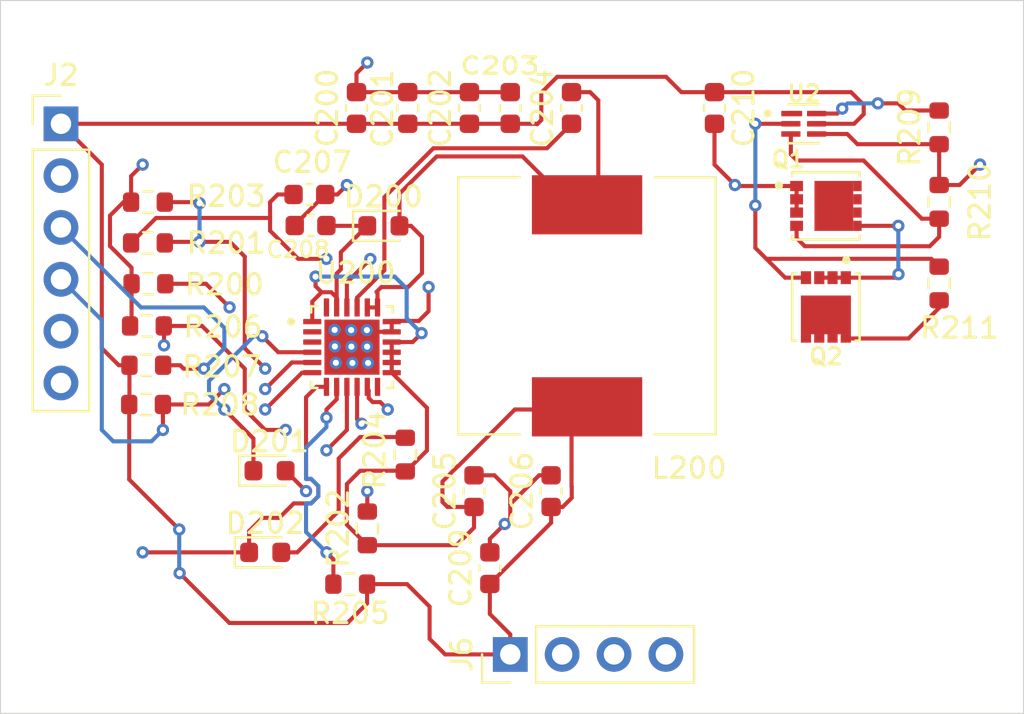
<source format=kicad_pcb>
(kicad_pcb (version 20241229) (generator "pcbnew") (generator_version "9.0")
  (layers (0 "F.Cu" signal) (4 "In1.Cu" signal) (6 "In2.Cu" signal) (2 "B.Cu" signal) (13 "F.Paste" user) (15 "B.Paste" user) (5 "F.SilkS" user "F.Silkscreen") (7 "B.SilkS" user "B.Silkscreen") (1 "F.Mask" user) (3 "B.Mask" user) (25 "Edge.Cuts" user))
  (net 0 "")
  (net 1 "GND")
  (net 2 "VCC")
  (net 3 "/CE")
  (net 4 "/INT")
  (net 5 "/SDA")
  (net 6 "/SCL")
  (net 7 "/BC_D_M")
  (net 8 "/BC_D_P")
  (net 9 "/REGN")
  (net 10 "Net-(U2-DOUT)")
  (net 11 "Net-(U2-COUT)")
  (net 12 "Net-(U2-V-)")
  (net 14 "Net-(Q1-Pad5)")
  (net 15 "Net-(Q2-Pad5)")
  (net 16 "Net-(D200-A)")
  (net 17 "Net-(U200-BTST)")
  (net 18 "Net-(D201-A)")
  (net 19 "Net-(D201-K)")
  (net 20 "Net-(D202-A)")
  (net 21 "Net-(U200-ILIM)")
  (net 22 "Net-(U200-TS)")
  (net 23 "Net-(U200-OTG)")
  (footprint "Capacitor_SMD:C_0603_1608Metric" (layer "F.Cu") (at 70 66 90)
    (property "Reference" "C206" (at 0 -1.43 90) (layer "F.SilkS"))
    (property "Value" "10uF" (hide yes))
    (pad "1" smd roundrect (at -0.775 0 90) (size 0.9 0.95) (layers "F.Cu" "F.Mask" "F.Paste") (net 2 "VCC"))
    (pad "2" smd roundrect (at 0.775 0 90) (size 0.9 0.95) (layers "F.Cu" "F.Mask" "F.Paste") (net 1 "GND"))
  )
  (footprint "Resistor_SMD:R_0603_1608Metric" (layer "F.Cu") (at 62.86 64.21 90)
    (property "Reference" "R204" (at 0.22 -1.5 270) (layer "F.SilkS"))
    (property "Value" "470R" (hide yes))
    (pad "1" smd roundrect (at -0.825 0 90) (size 0.8 0.95) (layers "F.Cu" "F.Mask" "F.Paste") (net 2 "VCC"))
    (pad "2" smd roundrect (at 0.825 0 90) (size 0.8 0.95) (layers "F.Cu" "F.Mask" "F.Paste") (net 20 "Net-(D202-A)"))
  )
  (footprint "Resistor_SMD:R_0603_1608Metric" (layer "F.Cu") (at 61 67.825 90)
    (property "Reference" "R202" (at 0 -1.43 90) (layer "F.SilkS"))
    (property "Value" "470R" (hide yes))
    (pad "1" smd roundrect (at -0.825 0 90) (size 0.8 0.95) (layers "F.Cu" "F.Mask" "F.Paste") (net 2 "VCC"))
    (pad "2" smd roundrect (at 0.825 0 90) (size 0.8 0.95) (layers "F.Cu" "F.Mask" "F.Paste") (net 18 "Net-(D201-A)"))
  )
  (footprint "Capacitor_SMD:C_0603_1608Metric" (layer "F.Cu") (at 58.164278 51.464141)
    (property "Reference" "C207" (at 0.133749 -1.582794 180) (layer "F.SilkS"))
    (property "Value" "4.7uF" (hide yes))
    (pad "1" smd roundrect (at -0.775 0) (size 0.9 0.95) (layers "F.Cu" "F.Mask" "F.Paste") (net 9 "/REGN"))
    (pad "2" smd roundrect (at 0.775 0) (size 0.9 0.95) (layers "F.Cu" "F.Mask" "F.Paste") (net 1 "GND"))
  )
  (footprint "Resistor_SMD:R_0603_1608Metric" (layer "F.Cu") (at 50.259116 51.838595)
    (property "Reference" "R203" (at 3.825 -0.29 0) (layer "F.SilkS"))
    (property "Value" "10kR" (hide yes))
    (pad "1" smd roundrect (at -0.825 0) (size 0.8 0.95) (layers "F.Cu" "F.Mask" "F.Paste") (net 1 "GND"))
    (pad "2" smd roundrect (at 0.825 0) (size 0.8 0.95) (layers "F.Cu" "F.Mask" "F.Paste") (net 22 "Net-(U200-TS)"))
  )
  (footprint "Resistor_SMD:R_0603_1608Metric" (layer "F.Cu") (at 89 48.175 -90)
    (property "Reference" "R209" (at 0 1.446287 90) (layer "F.SilkS"))
    (property "Value" "2.21kR" (hide yes))
    (pad "1" smd roundrect (at -0.825 0 270) (size 0.8 0.95) (layers "F.Cu" "F.Mask" "F.Paste") (net 12 "Net-(U2-V-)"))
    (pad "2" smd roundrect (at 0.825 0 270) (size 0.8 0.95) (layers "F.Cu" "F.Mask" "F.Paste") (net 1 "GND"))
  )
  (footprint "Capacitor_SMD:C_0603_1608Metric" (layer "F.Cu") (at 66.225 66 90)
    (property "Reference" "C205" (at 0 -1.43 90) (layer "F.SilkS"))
    (property "Value" "10uF" (hide yes))
    (pad "1" smd roundrect (at -0.775 0 90) (size 0.9 0.95) (layers "F.Cu" "F.Mask" "F.Paste") (net 2 "VCC"))
    (pad "2" smd roundrect (at 0.775 0 90) (size 0.9 0.95) (layers "F.Cu" "F.Mask" "F.Paste") (net 1 "GND"))
  )
  (footprint "Capacitor_SMD:C_0603_1608Metric" (layer "F.Cu") (at 67 69.775 90)
    (property "Reference" "C209" (at 0 -1.43 90) (layer "F.SilkS"))
    (property "Value" "10uF" (hide yes))
    (pad "1" smd roundrect (at -0.775 0 90) (size 0.9 0.95) (layers "F.Cu" "F.Mask" "F.Paste") (net 2 "VCC"))
    (pad "2" smd roundrect (at 0.775 0 90) (size 0.9 0.95) (layers "F.Cu" "F.Mask" "F.Paste") (net 1 "GND"))
  )
  (footprint "Resistor_SMD:R_0603_1608Metric" (layer "F.Cu") (at 89 55.825 -90)
    (property "Reference" "R211" (at 2.175 -1 180) (layer "F.SilkS"))
    (property "Value" "5M1" (hide yes))
    (pad "1" smd roundrect (at -0.825 0 270) (size 0.8 0.95) (layers "F.Cu" "F.Mask" "F.Paste") (net 11 "Net-(U2-COUT)"))
    (pad "2" smd roundrect (at 0.825 0 270) (size 0.8 0.95) (layers "F.Cu" "F.Mask" "F.Paste") (net 15 "Net-(Q2-Pad5)"))
  )
  (footprint "Capacitor_SMD:C_0603_1608Metric" (layer "F.Cu") (at 58.221887 52.985536 180)
    (property "Reference" "C208" (at 0.611887 -1.174464 0) (layer "F.SilkS") (effects (font (size 0.8 0.8) (thickness 0.125))))
    (property "Value" "1uF" (hide yes))
    (pad "1" smd roundrect (at -0.775 0 180) (size 0.9 0.95) (layers "F.Cu" "F.Mask" "F.Paste") (net 2 "VCC"))
    (pad "2" smd roundrect (at 0.775 0 180) (size 0.9 0.95) (layers "F.Cu" "F.Mask" "F.Paste") (net 1 "GND"))
  )
  (footprint "Resistor_SMD:R_0603_1608Metric" (layer "F.Cu") (at 50.259116 53.838595)
    (property "Reference" "R201" (at 3.825 0 0) (layer "F.SilkS"))
    (property "Value" "10kR" (hide yes))
    (pad "1" smd roundrect (at -0.825 0) (size 0.8 0.95) (layers "F.Cu" "F.Mask" "F.Paste") (net 9 "/REGN"))
    (pad "2" smd roundrect (at 0.825 0) (size 0.8 0.95) (layers "F.Cu" "F.Mask" "F.Paste") (net 22 "Net-(U200-TS)"))
  )
  (footprint "Resistor_SMD:R_0603_1608Metric" (layer "F.Cu") (at 50.20901 57.905946)
    (property "Reference" "R206" (at 3.720133 0.047461 0) (layer "F.SilkS"))
    (property "Value" "10kR" (hide yes))
    (pad "1" smd roundrect (at -0.825 0) (size 0.8 0.95) (layers "F.Cu" "F.Mask" "F.Paste") (net 1 "GND"))
    (pad "2" smd roundrect (at 0.825 0) (size 0.8 0.95) (layers "F.Cu" "F.Mask" "F.Paste") (net 3 "/CE"))
  )
  (footprint "Connector_PinHeader_2.54mm:PinHeader_1x06_P2.54mm_Vertical" (layer "F.Cu") (at 46 48)
    (property "Reference" "J2" (at 0 -2.38 0) (layer "F.SilkS"))
    (property "Value" "Conn_01x06" (hide yes))
    (pad "1" thru_hole rect (at 0 0) (size 1.7 1.7) (drill 1) (layers "*.Cu" "*.Mask") (net 2 "VCC"))
    (pad "2" thru_hole circle (at 0 2.54) (size 1.7 1.7) (drill 1) (layers "*.Cu" "*.Mask") (net 1 "GND"))
    (pad "3" thru_hole circle (at 0 5.08) (size 1.7 1.7) (drill 1) (layers "*.Cu" "*.Mask") (net 5 "/SDA"))
    (pad "4" thru_hole circle (at 0 7.62) (size 1.7 1.7) (drill 1) (layers "*.Cu" "*.Mask") (net 6 "/SCL"))
    (pad "5" thru_hole circle (at 0 10.16) (size 1.7 1.7) (drill 1) (layers "*.Cu" "*.Mask") (net 4 "/INT"))
    (pad "6" thru_hole circle (at 0 12.7) (size 1.7 1.7) (drill 1) (layers "*.Cu" "*.Mask") (net 3 "/CE"))
  )
  (footprint "BQ25895RTWT:QFN50P400X400X80-25N" (layer "F.Cu") (at 60.25 58.945)
    (property "Reference" "U200" (at 0.175 -3.635 0) (layer "F.SilkS"))
    (property "Value" "BQ25895RTWT" (hide yes))
    (pad "1" smd roundrect (at -1.945 -1.25) (size 0.89 0.26) (layers "F.Cu" "F.Mask" "F.Paste") (roundrect_rratio 0.125) (net 2 "VCC"))
    (pad "2" smd roundrect (at -1.945 -0.75) (size 0.89 0.26) (layers "F.Cu" "F.Mask" "F.Paste") (roundrect_rratio 0.125) (net 8 "/BC_D_P"))
    (pad "3" smd roundrect (at -1.945 -0.25) (size 0.89 0.26) (layers "F.Cu" "F.Mask" "F.Paste") (roundrect_rratio 0.125) (net 7 "/BC_D_M"))
    (pad "4" smd roundrect (at -1.945 0.25) (size 0.89 0.26) (layers "F.Cu" "F.Mask" "F.Paste") (roundrect_rratio 0.125) (net 19 "Net-(D201-K)"))
    (pad "5" smd roundrect (at -1.945 0.75) (size 0.89 0.26) (layers "F.Cu" "F.Mask" "F.Paste") (roundrect_rratio 0.125) (net 6 "/SCL"))
    (pad "6" smd roundrect (at -1.945 1.25) (size 0.89 0.26) (layers "F.Cu" "F.Mask" "F.Paste") (roundrect_rratio 0.125) (net 5 "/SDA"))
    (pad "7" smd roundrect (at -1.25 1.945) (size 0.26 0.89) (layers "F.Cu" "F.Mask" "F.Paste") (roundrect_rratio 0.125) (net 4 "/INT"))
    (pad "8" smd roundrect (at -0.75 1.945) (size 0.26 0.89) (layers "F.Cu" "F.Mask" "F.Paste") (roundrect_rratio 0.125) (net 23 "Net-(U200-OTG)"))
    (pad "9" smd roundrect (at -0.25 1.945) (size 0.26 0.89) (layers "F.Cu" "F.Mask" "F.Paste") (roundrect_rratio 0.125) (net 3 "/CE"))
    (pad "10" smd roundrect (at 0.25 1.945) (size 0.26 0.89) (layers "F.Cu" "F.Mask" "F.Paste") (roundrect_rratio 0.125) (net 21 "Net-(U200-ILIM)"))
    (pad "11" smd roundrect (at 0.75 1.945) (size 0.26 0.89) (layers "F.Cu" "F.Mask" "F.Paste") (roundrect_rratio 0.125) (net 22 "Net-(U200-TS)"))
    (pad "12" smd roundrect (at 1.25 1.945) (size 0.26 0.89) (layers "F.Cu" "F.Mask" "F.Paste") (roundrect_rratio 0.125))
    (pad "13" smd roundrect (at 1.945 1.25) (size 0.89 0.26) (layers "F.Cu" "F.Mask" "F.Paste") (roundrect_rratio 0.125) (net 2 "VCC"))
    (pad "14" smd roundrect (at 1.945 0.75) (size 0.89 0.26) (layers "F.Cu" "F.Mask" "F.Paste") (roundrect_rratio 0.125) (net 2 "VCC"))
    (pad "15" smd roundrect (at 1.945 0.25) (size 0.89 0.26) (layers "F.Cu" "F.Mask" "F.Paste") (roundrect_rratio 0.125) (net 2 "VCC"))
    (pad "16" smd roundrect (at 1.945 -0.25) (size 0.89 0.26) (layers "F.Cu" "F.Mask" "F.Paste") (roundrect_rratio 0.125) (net 2 "VCC"))
    (pad "17" smd roundrect (at 1.945 -0.75) (size 0.89 0.26) (layers "F.Cu" "F.Mask" "F.Paste") (roundrect_rratio 0.125) (net 1 "GND"))
    (pad "18" smd roundrect (at 1.945 -1.25) (size 0.89 0.26) (layers "F.Cu" "F.Mask" "F.Paste") (roundrect_rratio 0.125) (net 1 "GND"))
    (pad "19" smd roundrect (at 1.25 -1.945) (size 0.26 0.89) (layers "F.Cu" "F.Mask" "F.Paste") (roundrect_rratio 0.125) (net 16 "Net-(D200-A)"))
    (pad "20" smd roundrect (at 0.75 -1.945) (size 0.26 0.89) (layers "F.Cu" "F.Mask" "F.Paste") (roundrect_rratio 0.125) (net 16 "Net-(D200-A)"))
    (pad "21" smd roundrect (at 0.25 -1.945) (size 0.26 0.89) (layers "F.Cu" "F.Mask" "F.Paste") (roundrect_rratio 0.125) (net 17 "Net-(U200-BTST)"))
    (pad "22" smd roundrect (at -0.25 -1.945) (size 0.26 0.89) (layers "F.Cu" "F.Mask" "F.Paste") (roundrect_rratio 0.125) (net 9 "/REGN"))
    (pad "23" smd roundrect (at -0.75 -1.945) (size 0.26 0.89) (layers "F.Cu" "F.Mask" "F.Paste") (roundrect_rratio 0.125) (net 2 "VCC"))
    (pad "24" smd roundrect (at -1.25 -1.945) (size 0.26 0.89) (layers "F.Cu" "F.Mask" "F.Paste") (roundrect_rratio 0.125))
    (pad "25" smd rect (at 0 0) (size 2.7 2.7) (layers "F.Cu" "F.Mask") (net 1 "GND"))
  )
  (footprint "Resistor_SMD:R_0603_1608Metric" (layer "F.Cu") (at 89 51.825 90)
    (property "Reference" "R210" (at 0 2 90) (layer "F.SilkS"))
    (property "Value" "5M1" (hide yes))
    (pad "1" smd roundrect (at -0.825 0 90) (size 0.8 0.95) (layers "F.Cu" "F.Mask" "F.Paste") (net 10 "Net-(U2-DOUT)"))
    (pad "2" smd roundrect (at 0.825 0 90) (size 0.8 0.95) (layers "F.Cu" "F.Mask" "F.Paste") (net 1 "GND"))
  )
  (footprint "Capacitor_SMD:C_0603_1608Metric" (layer "F.Cu") (at 62.98 47.225 90)
    (property "Reference" "C201" (at -0.025 -1.24 90) (layer "F.SilkS"))
    (property "Value" "10uF" (hide yes))
    (pad "1" smd roundrect (at -0.775 0 90) (size 0.9 0.95) (layers "F.Cu" "F.Mask" "F.Paste") (net 2 "VCC"))
    (pad "2" smd roundrect (at 0.775 0 90) (size 0.9 0.95) (layers "F.Cu" "F.Mask" "F.Paste") (net 1 "GND"))
  )
  (footprint "Capacitor_SMD:C_0603_1608Metric" (layer "F.Cu") (at 78 47.225 -90)
    (property "Reference" "C210" (at 0 -1.43 90) (layer "F.SilkS"))
    (property "Value" "100nF" (hide yes))
    (pad "1" smd roundrect (at -0.775 0 270) (size 0.9 0.95) (layers "F.Cu" "F.Mask" "F.Paste") (net 2 "VCC"))
    (pad "2" smd roundrect (at 0.775 0 270) (size 0.9 0.95) (layers "F.Cu" "F.Mask" "F.Paste") (net 1 "GND"))
  )
  (footprint "Capacitor_SMD:C_0603_1608Metric" (layer "F.Cu") (at 68 47.225 90)
    (property "Reference" "C203" (at 2.065 -0.51 180) (layer "F.SilkS") (effects (font (size 0.8 1))))
    (property "Value" "22uF" (hide yes))
    (pad "1" smd roundrect (at -0.775 0 90) (size 0.9 0.95) (layers "F.Cu" "F.Mask" "F.Paste") (net 2 "VCC"))
    (pad "2" smd roundrect (at 0.775 0 90) (size 0.9 0.95) (layers "F.Cu" "F.Mask" "F.Paste") (net 1 "GND"))
  )
  (footprint "CSD17575Q3:TRANS_CSD17575Q3" (layer "F.Cu") (at 83.455 56.975 -90)
    (property "Reference" "Q2" (at 2.425 -0.005 180) (layer "F.SilkS") (effects (font (size 0.8 0.8))))
    (property "Value" "CSD17575Q3" (hide yes))
    (pad "1" smd rect (at -1.435 -0.975 270) (size 0.63 0.5) (layers "F.Cu" "F.Mask") (net 14 "Net-(Q1-Pad5)"))
    (pad "2" smd rect (at -1.435 -0.325 270) (size 0.63 0.5) (layers "F.Cu" "F.Mask") (net 14 "Net-(Q1-Pad5)"))
    (pad "3" smd rect (at -1.435 0.325 270) (size 0.63 0.5) (layers "F.Cu" "F.Mask") (net 14 "Net-(Q1-Pad5)"))
    (pad "4" smd rect (at -1.435 0.975 270) (size 0.63 0.5) (layers "F.Cu" "F.Mask") (net 11 "Net-(U2-COUT)"))
    (pad "5" smd rect (at 1.545 0.975 270) (size 0.41 0.5) (layers "F.Cu" "F.Mask") (net 15 "Net-(Q2-Pad5)"))
    (pad "6" smd rect (at 1.545 0.325 270) (size 0.41 0.5) (layers "F.Cu" "F.Mask") (net 15 "Net-(Q2-Pad5)"))
    (pad "7" smd rect (at 1.545 -0.325 270) (size 0.41 0.5) (layers "F.Cu" "F.Mask") (net 15 "Net-(Q2-Pad5)"))
    (pad "8" smd rect (at 1.545 -0.975 270) (size 0.41 0.5) (layers "F.Cu" "F.Mask") (net 15 "Net-(Q2-Pad5)"))
    (pad "9" smd rect (at 0.39 0 270) (size 1.9 2.45) (layers "F.Cu" "F.Mask") (net 15 "Net-(Q2-Pad5)"))
  )
  (footprint "BQ29700DSER:SON50P150X150X80-6N" (layer "F.Cu") (at 82.37 48)
    (property "Reference" "U2" (at 0.01 -1.48 0) (layer "F.SilkS") (effects (font (size 0.8 0.8))))
    (property "Value" "BQ29700DSER" (hide yes))
    (pad "1" smd roundrect (at -0.59 -0.5) (size 1.02 0.27) (layers "F.Cu" "F.Mask" "F.Paste") (roundrect_rratio 0.125))
    (pad "2" smd roundrect (at -0.63 0) (size 0.94 0.27) (layers "F.Cu" "F.Mask" "F.Paste") (roundrect_rratio 0.125) (net 11 "Net-(U2-COUT)"))
    (pad "3" smd roundrect (at -0.63 0.5) (size 0.94 0.27) (layers "F.Cu" "F.Mask" "F.Paste") (roundrect_rratio 0.125) (net 10 "Net-(U2-DOUT)"))
    (pad "4" smd roundrect (at 0.63 0.5) (size 0.94 0.27) (layers "F.Cu" "F.Mask" "F.Paste") (roundrect_rratio 0.125) (net 1 "GND"))
    (pad "5" smd roundrect (at 0.63 0) (size 0.94 0.27) (layers "F.Cu" "F.Mask" "F.Paste") (roundrect_rratio 0.125) (net 2 "VCC"))
    (pad "6" smd roundrect (at 0.63 -0.5) (size 0.94 0.27) (layers "F.Cu" "F.Mask" "F.Paste") (roundrect_rratio 0.125) (net 12 "Net-(U2-V-)"))
  )
  (footprint "Resistor_SMD:R_0603_1608Metric" (layer "F.Cu") (at 50.167089 61.754104)
    (property "Reference" "R208" (at 3.60939 0.010547 0) (layer "F.SilkS"))
    (property "Value" "10kR" (hide yes))
    (pad "1" smd roundrect (at -0.825 0) (size 0.8 0.95) (layers "F.Cu" "F.Mask" "F.Paste") (net 2 "VCC"))
    (pad "2" smd roundrect (at 0.825 0) (size 0.8 0.95) (layers "F.Cu" "F.Mask" "F.Paste") (net 6 "/SCL"))
  )
  (footprint "Connector_PinHeader_2.54mm:PinHeader_1x04_P2.54mm_Vertical" (layer "F.Cu") (at 68 74 90)
    (property "Reference" "J6" (at 0 -2.38 90) (layer "F.SilkS"))
    (property "Value" "Conn_01x04" (hide yes))
    (pad "1" thru_hole rect (at 0 0 90) (size 1.7 1.7) (drill 1) (layers "*.Cu" "*.Mask") (net 2 "VCC"))
    (pad "2" thru_hole circle (at 0 2.54 90) (size 1.7 1.7) (drill 1) (layers "*.Cu" "*.Mask") (net 1 "GND"))
    (pad "3" thru_hole circle (at 0 5.08 90) (size 1.7 1.7) (drill 1) (layers "*.Cu" "*.Mask") (net 1 "GND"))
    (pad "4" thru_hole circle (at 0 7.62 90) (size 1.7 1.7) (drill 1) (layers "*.Cu" "*.Mask") (net 1 "GND"))
  )
  (footprint "LED_SMD:LED_0603_1608Metric" (layer "F.Cu") (at 56 69)
    (property "Reference" "D202" (at 0 -1.43 0) (layer "F.SilkS"))
    (property "Value" "LED" (hide yes))
    (pad "1" smd roundrect (at -0.7875 0) (size 0.875 0.95) (layers "F.Cu" "F.Mask" "F.Paste") (net 4 "/INT"))
    (pad "2" smd roundrect (at 0.7875 0) (size 0.875 0.95) (layers "F.Cu" "F.Mask" "F.Paste") (net 20 "Net-(D202-A)"))
  )
  (footprint "Resistor_SMD:R_0603_1608Metric" (layer "F.Cu") (at 50.178315 59.832228)
    (property "Reference" "R207" (at 3.695122 0.07285 0) (layer "F.SilkS"))
    (property "Value" "10kR" (hide yes))
    (pad "1" smd roundrect (at -0.825 0) (size 0.8 0.95) (layers "F.Cu" "F.Mask" "F.Paste") (net 2 "VCC"))
    (pad "2" smd roundrect (at 0.825 0) (size 0.8 0.95) (layers "F.Cu" "F.Mask" "F.Paste") (net 5 "/SDA"))
  )
  (footprint "Capacitor_SMD:C_0603_1608Metric" (layer "F.Cu") (at 60.47 47.225 90)
    (property "Reference" "C200" (at 0 -1.43 90) (layer "F.SilkS"))
    (property "Value" "10uF" (hide yes))
    (pad "1" smd roundrect (at -0.775 0 90) (size 0.9 0.95) (layers "F.Cu" "F.Mask" "F.Paste") (net 2 "VCC"))
    (pad "2" smd roundrect (at 0.775 0 90) (size 0.9 0.95) (layers "F.Cu" "F.Mask" "F.Paste") (net 1 "GND"))
  )
  (footprint "Capacitor_SMD:C_0603_1608Metric" (layer "F.Cu") (at 66 47.225 90)
    (property "Reference" "C202" (at 0 -1.43 90) (layer "F.SilkS"))
    (property "Value" "22uF" (hide yes))
    (pad "1" smd roundrect (at -0.775 0 90) (size 0.9 0.95) (layers "F.Cu" "F.Mask" "F.Paste") (net 2 "VCC"))
    (pad "2" smd roundrect (at 0.775 0 90) (size 0.9 0.95) (layers "F.Cu" "F.Mask" "F.Paste") (net 1 "GND"))
  )
  (footprint "Resistor_SMD:R_0603_1608Metric" (layer "F.Cu") (at 50.282161 55.838595)
    (property "Reference" "R200" (at 3.724279 0.040831 180) (layer "F.SilkS"))
    (property "Value" "110R" (hide yes))
    (pad "1" smd roundrect (at -0.825 0) (size 0.8 0.95) (layers "F.Cu" "F.Mask" "F.Paste") (net 1 "GND"))
    (pad "2" smd roundrect (at 0.825 0) (size 0.8 0.95) (layers "F.Cu" "F.Mask" "F.Paste") (net 21 "Net-(U200-ILIM)"))
  )
  (footprint "Resistor_SMD:R_0603_1608Metric" (layer "F.Cu") (at 60.164051 70.556827 180)
    (property "Reference" "R205" (at 0 -1.43 0) (layer "F.SilkS"))
    (property "Value" "10kR" (hide yes))
    (pad "1" smd roundrect (at -0.825 0 180) (size 0.8 0.95) (layers "F.Cu" "F.Mask" "F.Paste") (net 2 "VCC"))
    (pad "2" smd roundrect (at 0.825 0 180) (size 0.8 0.95) (layers "F.Cu" "F.Mask" "F.Paste") (net 23 "Net-(U200-OTG)"))
  )
  (footprint "Capacitor_SMD:C_0603_1608Metric" (layer "F.Cu") (at 71 47.225 90)
    (property "Reference" "C204" (at 0 -1.43 90) (layer "F.SilkS"))
    (property "Value" "47nF" (hide yes))
    (pad "1" smd roundrect (at -0.775 0 90) (size 0.9 0.95) (layers "F.Cu" "F.Mask" "F.Paste") (net 17 "Net-(U200-BTST)"))
    (pad "2" smd roundrect (at 0.775 0 90) (size 0.9 0.95) (layers "F.Cu" "F.Mask" "F.Paste") (net 16 "Net-(D200-A)"))
  )
  (footprint "Inductor_SMD:L_12x12mm_H6mm" (layer "F.Cu") (at 71.76 56.92 -90)
    (property "Reference" "L200" (at 7.95 -5 180) (layer "F.SilkS"))
    (property "Value" "2.2uH" (hide yes))
    (pad "1" smd rect (at -4.95 0 270) (size 2.9 5.4) (layers "F.Cu" "F.Mask" "F.Paste") (net 16 "Net-(D200-A)"))
    (pad "2" smd rect (at 4.95 0 270) (size 2.9 5.4) (layers "F.Cu" "F.Mask" "F.Paste") (net 2 "VCC"))
  )
  (footprint "LED_SMD:LED_0603_1608Metric" (layer "F.Cu") (at 56.2125 65)
    (property "Reference" "D201" (at 0 -1.43 0) (layer "F.SilkS"))
    (property "Value" "LED" (hide yes))
    (pad "1" smd roundrect (at -0.7875 0) (size 0.875 0.95) (layers "F.Cu" "F.Mask" "F.Paste") (net 19 "Net-(D201-K)"))
    (pad "2" smd roundrect (at 0.7875 0) (size 0.875 0.95) (layers "F.Cu" "F.Mask" "F.Paste") (net 18 "Net-(D201-A)"))
  )
  (footprint "CSD17575Q3:TRANS_CSD17575Q3" (layer "F.Cu") (at 83.455 52.025)
    (property "Reference" "Q1" (at -1.845 -2.275 0) (layer "F.SilkS") (effects (font (size 0.8 0.8))))
    (property "Value" "CSD17575Q3" (hide yes))
    (pad "1" smd rect (at -1.435 -0.975) (size 0.63 0.5) (layers "F.Cu" "F.Mask") (net 1 "GND"))
    (pad "2" smd rect (at -1.435 -0.325) (size 0.63 0.5) (layers "F.Cu" "F.Mask") (net 1 "GND"))
    (pad "3" smd rect (at -1.435 0.325) (size 0.63 0.5) (layers "F.Cu" "F.Mask") (net 1 "GND"))
    (pad "4" smd rect (at -1.435 0.975) (size 0.63 0.5) (layers "F.Cu" "F.Mask") (net 10 "Net-(U2-DOUT)"))
    (pad "5" smd rect (at 1.545 0.975) (size 0.41 0.5) (layers "F.Cu" "F.Mask") (net 14 "Net-(Q1-Pad5)"))
    (pad "6" smd rect (at 1.545 0.325) (size 0.41 0.5) (layers "F.Cu" "F.Mask") (net 14 "Net-(Q1-Pad5)"))
    (pad "7" smd rect (at 1.545 -0.325) (size 0.41 0.5) (layers "F.Cu" "F.Mask") (net 14 "Net-(Q1-Pad5)"))
    (pad "8" smd rect (at 1.545 -0.975) (size 0.41 0.5) (layers "F.Cu" "F.Mask") (net 14 "Net-(Q1-Pad5)"))
    (pad "9" smd rect (at 0.39 0) (size 1.9 2.45) (layers "F.Cu" "F.Mask") (net 14 "Net-(Q1-Pad5)"))
  )
  (footprint "LED_SMD:LED_0603_1608Metric" (layer "F.Cu") (at 61.7875 53)
    (property "Reference" "D200" (at 0 -1.43 0) (layer "F.SilkS"))
    (property "Value" "D_Filled" (hide yes))
    (pad "1" smd roundrect (at -0.7875 0) (size 0.875 0.95) (layers "F.Cu" "F.Mask" "F.Paste") (net 2 "VCC"))
    (pad "2" smd roundrect (at 0.7875 0) (size 0.875 0.95) (layers "F.Cu" "F.Mask" "F.Paste") (net 16 "Net-(D200-A)"))
  )
  (gr_rect (start 43.04 41.96) (end 93.13 76.89) (stroke (width 0.05)) (fill no) (layer "Edge.Cuts"))
  (segment (start 89 51) (end 90 51) (width 0.2) (layer "F.Cu") (net 1))
  (segment (start 49.061405 51.838595) (end 48.401 52.499) (width 0.2) (layer "F.Cu") (net 1))
  (segment (start 49.457161 55.050704) (end 49.457161 55.838595) (width 0.2) (layer "F.Cu") (net 1))
  (segment (start 66 46.45) (end 68 46.45) (width 0.2) (layer "F.Cu") (net 1))
  (segment (start 49.434116 51.838595) (end 49.434116 50.565884) (width 0.2) (layer "F.Cu") (net 1))
  (segment (start 63.519286 57.660714) (end 62.229286 57.660714) (width 0.2) (layer "F.Cu") (net 1))
  (segment (start 78 50) (end 79 51) (width 0.2) (layer "F.Cu") (net 1))
  (segment (start 82.02 51.7) (end 82.02 52.35) (width 0.2) (layer "F.Cu") (net 1))
  (segment (start 64 57.18) (end 63.519286 57.660714) (width 0.2) (layer "F.Cu") (net 1))
  (segment (start 70 65.225) (end 69.413288 65.225) (width 0.2) (layer "F.Cu") (net 1))
  (segment (start 60.47 45.53) (end 61 45) (width 0.2) (layer "F.Cu") (net 1))
  (segment (start 49.434116 51.838595) (end 49.061405 51.838595) (width 0.2) (layer "F.Cu") (net 1))
  (segment (start 85 49) (end 89 49) (width 0.2) (layer "F.Cu") (net 1))
  (segment (start 83 48.5) (end 84.5 48.5) (width 0.2) (layer "F.Cu") (net 1))
  (segment (start 67.225 65.225) (end 68 66) (width 0.2) (layer "F.Cu") (net 1))
  (segment (start 49.457161 57.832795) (end 49.38401 57.905946) (width 0.2) (layer "F.Cu") (net 1))
  (segment (start 62.195 57.695) (end 62.195 58.195) (width 0.2) (layer "F.Cu") (net 1))
  (segment (start 66.225 65.225) (end 67.225 65.225) (width 0.2) (layer "F.Cu") (net 1))
  (segment (start 90 51) (end 91 50) (width 0.2) (layer "F.Cu") (net 1))
  (segment (start 57.446887 52.956532) (end 58.939278 51.464141) (width 0.2) (layer "F.Cu") (net 1))
  (segment (start 48.401 53.994543) (end 49.457161 55.050704) (width 0.2) (layer "F.Cu") (net 1))
  (segment (start 62.229286 57.660714) (end 62.195 57.695) (width 0.2) (layer "F.Cu") (net 1))
  (segment (start 67.729692 67.609692) (end 67 68.339384) (width 0.2) (layer "F.Cu") (net 1))
  (segment (start 62.98 46.45) (end 66 46.45) (width 0.2) (layer "F.Cu") (net 1))
  (segment (start 49.457161 55.838595) (end 49.457161 57.832795) (width 0.2) (layer "F.Cu") (net 1))
  (segment (start 61 58.195) (end 60.25 58.945) (width 0.2) (layer "F.Cu") (net 1))
  (segment (start 58.939278 51.464141) (end 59.535859 51.464141) (width 0.2) (layer "F.Cu") (net 1))
  (segment (start 68 67.339384) (end 67.729692 67.609692) (width 0.2) (layer "F.Cu") (net 1))
  (segment (start 68 66.638288) (end 68 67.339384) (width 0.2) (layer "F.Cu") (net 1))
  (segment (start 82.02 51.05) (end 82.02 51.7) (width 0.2) (layer "F.Cu") (net 1))
  (segment (start 79.05 51.05) (end 82.02 51.05) (width 0.2) (layer "F.Cu") (net 1))
  (segment (start 69.413288 65.225) (end 68 66.638288) (width 0.2) (layer "F.Cu") (net 1))
  (segment (start 57.446887 52.985536) (end 57.446887 52.956532) (width 0.2) (layer "F.Cu") (net 1))
  (segment (start 68 66) (end 68 66.638288) (width 0.2) (layer "F.Cu") (net 1))
  (segment (start 49.434116 50.565884) (end 50 50) (width 0.2) (layer "F.Cu") (net 1))
  (segment (start 67 68.339384) (end 67 69) (width 0.2) (layer "F.Cu") (net 1))
  (segment (start 48.401 52.499) (end 48.401 53.994543) (width 0.2) (layer "F.Cu") (net 1))
  (segment (start 60.47 46.45) (end 60.47 45.53) (width 0.2) (layer "F.Cu") (net 1))
  (segment (start 60.47 46.45) (end 62.98 46.45) (width 0.2) (layer "F.Cu") (net 1))
  (segment (start 59.535859 51.464141) (end 60 51) (width 0.2) (layer "F.Cu") (net 1))
  (segment (start 62.195 58.195) (end 61 58.195) (width 0.2) (layer "F.Cu") (net 1))
  (segment (start 79 51) (end 79.05 51.05) (width 0.2) (layer "F.Cu") (net 1))
  (segment (start 64 56) (end 64 57.18) (width 0.2) (layer "F.Cu") (net 1))
  (segment (start 89 49) (end 89 51) (width 0.2) (layer "F.Cu") (net 1))
  (segment (start 84.5 48.5) (end 85 49) (width 0.2) (layer "F.Cu") (net 1))
  (segment (start 78 48) (end 78 50) (width 0.2) (layer "F.Cu") (net 1))
  (via (at 60.21 58.11) (size 0.6) (drill 0.3) (layers "F.Cu" "B.Cu") (net 1))
  (via (at 59.41 58.91) (size 0.6) (drill 0.3) (layers "F.Cu" "B.Cu") (net 1))
  (via (at 60.27 59.72) (size 0.6) (drill 0.3) (layers "F.Cu" "B.Cu") (net 1))
  (via (at 64 56) (size 0.6) (drill 0.3) (layers "F.Cu" "B.Cu") (net 1))
  (via (at 79 51) (size 0.6) (drill 0.3) (layers "F.Cu" "B.Cu") (net 1))
  (via (at 91 50) (size 0.6) (drill 0.3) (layers "F.Cu" "B.Cu") (net 1))
  (via (at 60.98 58.11) (size 0.6) (drill 0.3) (layers "F.Cu" "B.Cu") (net 1))
  (via (at 67.729692 67.609692) (size 0.6) (drill 0.3) (layers "F.Cu" "B.Cu") (net 1))
  (via (at 60.99 58.92) (size 0.6) (drill 0.3) (layers "F.Cu" "B.Cu") (net 1))
  (via (at 59.46 59.71) (size 0.6) (drill 0.3) (layers "F.Cu" "B.Cu") (net 1))
  (via (at 60.22 58.92) (size 0.6) (drill 0.3) (layers "F.Cu" "B.Cu") (net 1))
  (via (at 61.04 59.72) (size 0.6) (drill 0.3) (layers "F.Cu" "B.Cu") (net 1))
  (via (at 50 50) (size 0.6) (drill 0.3) (layers "F.Cu" "B.Cu") (net 1))
  (via (at 59.4 58.1) (size 0.6) (drill 0.3) (layers "F.Cu" "B.Cu") (net 1))
  (via (at 61 45) (size 0.6) (drill 0.3) (layers "F.Cu" "B.Cu") (net 1))
  (via (at 60 51) (size 0.6) (drill 0.3) (layers "F.Cu" "B.Cu") (net 1))
  (segment (start 67 72.02) (end 67 70.55) (width 0.2) (layer "F.Cu") (net 2))
  (segment (start 76.38 46.45) (end 75.629 45.699) (width 0.2) (layer "F.Cu") (net 2))
  (segment (start 71.01 66.33) (end 71.01 65.785) (width 0.2) (layer "F.Cu") (net 2))
  (segment (start 70 67.55) (end 70 66.775) (width 0.2) (layer "F.Cu") (net 2))
  (segment (start 63.92 61.92) (end 63.92 64.01) (width 0.2) (layer "F.Cu") (net 2))
  (segment (start 62.86 65.035) (end 62.49 65.035) (width 0.2) (layer "F.Cu") (net 2))
  (segment (start 59.5 55.339836) (end 59.5 57) (width 0.2) (layer "F.Cu") (net 2))
  (segment (start 58.465421 55.955963) (end 58.763458 56.254) (width 0.2) (layer "F.Cu") (net 2))
  (segment (start 70.301 45.699) (end 69.52 46.48) (width 0.2) (layer "F.Cu") (net 2))
  (segment (start 58.305 56.712458) (end 58.305 57.695) (width 0.2) (layer "F.Cu") (net 2))
  (segment (start 54.25 72.46) (end 60.03 72.46) (width 0.2) (layer "F.Cu") (net 2))
  (segment (start 71 65.775) (end 71 62.63) (width 0.2) (layer "F.Cu") (net 2))
  (segment (start 62.195 59.195) (end 62.195 58.695) (width 0.2) (layer "F.Cu") (net 2))
  (segment (start 71 62.63) (end 71.76 61.87) (width 0.2) (layer "F.Cu") (net 2))
  (segment (start 51.81 70.02) (end 54.25 72.46) (width 0.2) (layer "F.Cu") (net 2))
  (segment (start 69.32 48.02) (end 69.3 48) (width 0.2) (layer "F.Cu") (net 2))
  (segment (start 49.342089 65.432089) (end 51.79 67.88) (width 0.2) (layer "F.Cu") (net 2))
  (segment (start 62.455 65) (end 60.65 65) (width 0.2) (layer "F.Cu") (net 2))
  (segment (start 69.52 47.82) (end 69.32 48.02) (width 0.2) (layer "F.Cu") (net 2))
  (segment (start 68.22489 62) (end 65.449 64.77589) (width 0.2) (layer "F.Cu") (net 2))
  (segment (start 60.47 48) (end 62.98 48) (width 0.2) (layer "F.Cu") (net 2))
  (segment (start 71.01 65.785) (end 71 65.775) (width 0.2) (layer "F.Cu") (net 2))
  (segment (start 62.195 60.195) (end 62.195 59.695) (width 0.2) (layer "F.Cu") (net 2))
  (segment (start 68 73.02) (end 67 72.02) (width 0.2) (layer "F.Cu") (net 2))
  (segment (start 46 48) (end 60.47 48) (width 0.2) (layer "F.Cu") (net 2))
  (segment (start 85.306262 47.07187) (end 85.306262 47.528903) (width 0.2) (layer "F.Cu") (net 2))
  (segment (start 60 67.65) (end 61 68.65) (width 0.2) (layer "F.Cu") (net 2))
  (segment (start 48 59) (end 48 50) (width 0.2) (layer "F.Cu") (net 2))
  (segment (start 62.195 58.695) (end 63.222582 58.695) (width 0.2) (layer "F.Cu") (net 2))
  (segment (start 49.353315 61.742878) (end 49.342089 61.754104) (width 0.2) (layer "F.Cu") (net 2))
  (segment (start 62.93 65) (end 62.895 65) (width 0.2) (layer "F.Cu") (net 2))
  (segment (start 64.925 66.775) (end 66.225 66.775) (width 0.2) (layer "F.Cu") (net 2))
  (segment (start 59.5 57) (end 59.5 56.517458) (width 0.2) (layer "F.Cu") (net 2))
  (segment (start 64.05 73.24) (end 64.05 71.66) (width 0.2) (layer "F.Cu") (net 2))
  (segment (start 59.5 56.517458) (end 59.236542 56.254) (width 0.2) (layer "F.Cu") (net 2))
  (segment (start 62.195 59.695) (end 62.195 59.195) (width 0.2) (layer "F.Cu") (net 2))
  (segment (start 64.68 65.53) (end 64.68 66.53) (width 0.2) (layer "F.Cu") (net 2))
  (segment (start 75.629 45.699) (end 70.301 45.699) (width 0.2) (layer "F.Cu") (net 2))
  (segment (start 62.49 65.035) (end 62.455 65) (width 0.2) (layer "F.Cu") (net 2))
  (segment (start 65.43411 64.77589) (end 64.68 65.53) (width 0.2) (layer "F.Cu") (net 2))
  (segment (start 62.98 48) (end 66 48) (width 0.2) (layer "F.Cu") (net 2))
  (segment (start 59.236542 56.254) (end 58.763458 56.254) (width 0.2) (layer "F.Cu") (net 2))
  (segment (start 60.03 72.46) (end 60.989051 71.500949) (width 0.2) (layer "F.Cu") (net 2))
  (segment (start 68 74) (end 64.81 74) (width 0.2) (layer "F.Cu") (net 2))
  (segment (start 63.222582 58.695) (end 63.655868 58.261714) (width 0.2) (layer "F.Cu") (net 2))
  (segment (start 69.3 48) (end 68 48) (width 0.2) (layer "F.Cu") (net 2))
  (segment (start 78 46.45) (end 76.38 46.45) (width 0.2) (layer "F.Cu") (net 2))
  (segment (start 70.565 66.775) (end 71.01 66.33) (width 0.2) (layer "F.Cu") (net 2))
  (segment (start 65.363859 68.65) (end 61 68.65) (width 0.2) (layer "F.Cu") (net 2))
  (segment (start 69.52 46.48) (end 69.52 47.82) (width 0.2) (layer "F.Cu") (net 2))
  (segment (start 49.353315 59.832228) (end 48.832228 59.832228) (width 0.2) (layer "F.Cu") (net 2))
  (segment (start 78 46.45) (end 84.684392 46.45) (width 0.2) (layer "F.Cu") (net 2))
  (segment (start 61 53) (end 59.011351 53) (width 0.2) (layer "F.Cu") (net 2))
  (segment (start 49.353315 59.832228) (end 49.353315 61.742878) (width 0.2) (layer "F.Cu") (net 2))
  (segment (start 58.763458 56.254) (end 58.305 56.712458) (width 0.2) (layer "F.Cu") (net 2))
  (segment (start 68 74) (end 68 73.02) (width 0.2) (layer "F.Cu") (net 2))
  (segment (start 66.225 66.775) (end 66.225 67.788859) (width 0.2) (layer "F.Cu") (net 2))
  (segment (start 84.684392 46.45) (end 85.306262 47.07187) (width 0.2) (layer "F.Cu") (net 2))
  (segment (start 84.835165 48) (end 83 48) (width 0.2) (layer "F.Cu") (net 2))
  (segment (start 58.465421 55.487872) (end 58.465421 55.955963) (width 0.2) (layer "F.Cu") (net 2))
  (segment (start 48.832228 59.832228) (end 48 59) (width 0.2) (layer "F.Cu") (net 2))
  (segment (start 71.76 61.87) (end 71.63 62) (width 0.2) (layer "F.Cu") (net 2))
  (segment (start 64.68 66.53) (end 64.925 66.775) (width 0.2) (layer "F.Cu") (net 2))
  (segment (start 67 70.55) (end 70 67.55) (width 0.2) (layer "F.Cu") (net 2))
  (segment (start 70 66.775) (end 70.565 66.775) (width 0.2) (layer "F.Cu") (net 2))
  (segment (start 62.895 65) (end 62.86 65.035) (width 0.2) (layer "F.Cu") (net 2))
  (segment (start 59.011351 53) (end 58.996887 52.985536) (width 0.2) (layer "F.Cu") (net 2))
  (segment (start 66.225 67.788859) (end 65.363859 68.65) (width 0.2) (layer "F.Cu") (net 2))
  (segment (start 59.704685 55.135151) (end 59.5 55.339836) (width 0.2) (layer "F.Cu") (net 2))
  (segment (start 71.63 62) (end 68.22489 62) (width 0.2) (layer "F.Cu") (net 2))
  (segment (start 60.989051 71.500949) (end 60.989051 70.556827) (width 0.2) (layer "F.Cu") (net 2))
  (segment (start 64.81 74) (end 64.05 73.24) (width 0.2) (layer "F.Cu") (net 2))
  (segment (start 48 50) (end 46 48) (width 0.2) (layer "F.Cu") (net 2))
  (segment (start 59.704685 54.295315) (end 59.704685 55.135151) (width 0.2) (layer "F.Cu") (net 2))
  (segment (start 65.449 64.77589) (end 65.43411 64.77589) (width 0.2) (layer "F.Cu") (net 2))
  (segment (start 62.195 60.195) (end 63.92 61.92) (width 0.2) (layer "F.Cu") (net 2))
  (segment (start 61 53) (end 59.704685 54.295315) (width 0.2) (layer "F.Cu") (net 2))
  (segment (start 85.306262 47.528903) (end 84.835165 48) (width 0.2) (layer "F.Cu") (net 2))
  (segment (start 63.92 64.01) (end 62.93 65) (width 0.2) (layer "F.Cu") (net 2))
  (segment (start 60.65 65) (end 60 65.65) (width 0.2) (layer "F.Cu") (net 2))
  (segment (start 60 65.65) (end 60 67.65) (width 0.2) (layer "F.Cu") (net 2))
  (segment (start 64.05 71.66) (end 62.946827 70.556827) (width 0.2) (layer "F.Cu") (net 2))
  (segment (start 62.946827 70.556827) (end 60.989051 70.556827) (width 0.2) (layer "F.Cu") (net 2))
  (segment (start 49.342089 61.754104) (end 49.342089 65.432089) (width 0.2) (layer "F.Cu") (net 2))
  (segment (start 66 48) (end 68 48) (width 0.2) (layer "F.Cu") (net 2))
  (via (at 58.465421 55.487872) (size 0.6) (drill 0.3) (layers "F.Cu" "B.Cu") (net 2))
  (via (at 51.79 67.88) (size 0.6) (drill 0.3) (layers "F.Cu" "B.Cu") (net 2))
  (via (at 51.81 70.02) (size 0.6) (drill 0.3) (layers "F.Cu" "B.Cu") (net 2))
  (via (at 63.655868 58.261714) (size 0.6) (drill 0.3) (layers "F.Cu" "B.Cu") (net 2))
  (segment (start 51.79 67.88) (end 51.79 70) (width 0.2) (layer "B.Cu") (net 2))
  (segment (start 63.655868 58.261714) (end 62.926773 57.532619) (width 0.2) (layer "B.Cu") (net 2))
  (segment (start 62.926773 56.073227) (end 62.341418 55.487872) (width 0.2) (layer "B.Cu") (net 2))
  (segment (start 62.341418 55.487872) (end 58.465421 55.487872) (width 0.2) (layer "B.Cu") (net 2))
  (segment (start 62.926773 57.532619) (end 62.926773 57) (width 0.2) (layer "B.Cu") (net 2))
  (segment (start 51.79 70) (end 51.81 70.02) (width 0.2) (layer "B.Cu") (net 2))
  (segment (start 62.926773 57) (end 62.926773 56.073227) (width 0.2) (layer "B.Cu") (net 2))
  (segment (start 55 60) (end 52.905946 57.905946) (width 0.2) (layer "F.Cu") (net 3))
  (segment (start 51.046232 57.918168) (end 51.03401 57.905946) (width 0.2) (layer "F.Cu") (net 3))
  (segment (start 52.905946 57.905946) (end 51.03401 57.905946) (width 0.2) (layer "F.Cu") (net 3))
  (segment (start 60 63) (end 60 60.89) (width 0.2) (layer "F.Cu") (net 3))
  (segment (start 51.03401 57.905946) (end 51.03401 57.514583) (width 0.2) (layer "F.Cu") (net 3))
  (segment (start 56 63) (end 55 62) (width 0.2) (layer "F.Cu") (net 3))
  (segment (start 55 62) (end 55 60) (width 0.2) (layer "F.Cu") (net 3))
  (segment (start 57 63) (end 56 63) (width 0.2) (layer "F.Cu") (net 3))
  (segment (start 51.046232 58.857228) (end 51.046232 57.918168) (width 0.2) (layer "F.Cu") (net 3))
  (segment (start 59 64) (end 60 63) (width 0.2) (layer "F.Cu") (net 3))
  (via (at 59 64) (size 0.6) (drill 0.3) (layers "F.Cu" "B.Cu") (net 3))
  (via (at 57 63) (size 0.6) (drill 0.3) (layers "F.Cu" "B.Cu") (net 3))
  (via (at 51.046232 58.857228) (size 0.6) (drill 0.3) (layers "F.Cu" "B.Cu") (net 3))
  (segment (start 58.248943 66.601) (end 58.601 66.248943) (width 0.2) (layer "F.Cu") (net 4))
  (segment (start 55.86 67.31) (end 56.69 67.31) (width 0.2) (layer "F.Cu") (net 4))
  (segment (start 58.248943 65.399) (end 58 65.399) (width 0.2) (layer "F.Cu") (net 4))
  (segment (start 56.69 67.31) (end 57.399 66.601) (width 0.2) (layer "F.Cu") (net 4))
  (segment (start 57.399 66.601) (end 58.248943 66.601) (width 0.2) (layer "F.Cu") (net 4))
  (segment (start 55.2125 69) (end 55.2125 67.9575) (width 0.2) (layer "F.Cu") (net 4))
  (segment (start 58.601 65.751057) (end 58.248943 65.399) (width 0.2) (layer "F.Cu") (net 4))
  (segment (start 50 69) (end 55.2125 69) (width 0.2) (layer "F.Cu") (net 4))
  (segment (start 58 65.399) (end 58 61.4) (width 0.2) (layer "F.Cu") (net 4))
  (segment (start 58.51 60.89) (end 59 60.89) (width 0.2) (layer "F.Cu") (net 4))
  (segment (start 55.2125 67.9575) (end 55.86 67.31) (width 0.2) (layer "F.Cu") (net 4))
  (segment (start 58.601 66.248943) (end 58.601 65.751057) (width 0.2) (layer "F.Cu") (net 4))
  (segment (start 58 61.4) (end 58.51 60.89) (width 0.2) (layer "F.Cu") (net 4))
  (via (at 50 69) (size 0.6) (drill 0.3) (layers "F.Cu" "B.Cu") (net 4))
  (segment (start 57.805 60.195) (end 58.305 60.195) (width 0.2) (layer "F.Cu") (net 5))
  (segment (start 51.832228 59.832228) (end 51.003315 59.832228) (width 0.2) (layer "F.Cu") (net 5))
  (segment (start 53 60) (end 52 60) (width 0.2) (layer "F.Cu") (net 5))
  (segment (start 56 62) (end 57.805 60.195) (width 0.2) (layer "F.Cu") (net 5))
  (segment (start 52 60) (end 51.832228 59.832228) (width 0.2) (layer "F.Cu") (net 5))
  (via (at 56 62) (size 0.6) (drill 0.3) (layers "F.Cu" "B.Cu") (net 5))
  (via (at 53 60) (size 0.6) (drill 0.3) (layers "F.Cu" "B.Cu") (net 5))
  (segment (start 53 60) (end 54 59) (width 0.2) (layer "B.Cu") (net 5))
  (segment (start 53 57) (end 49.92 57) (width 0.2) (layer "B.Cu") (net 5))
  (segment (start 54 58) (end 53 57) (width 0.2) (layer "B.Cu") (net 5))
  (segment (start 54 59) (end 54 58) (width 0.2) (layer "B.Cu") (net 5))
  (segment (start 49.92 57) (end 46 53.08) (width 0.2) (layer "B.Cu") (net 5))
  (segment (start 50.992089 63) (end 50.992089 61.754104) (width 0.2) (layer "F.Cu") (net 6))
  (segment (start 54 61) (end 53.245896 61.754104) (width 0.2) (layer "F.Cu") (net 6))
  (segment (start 56 61) (end 57.305 59.695) (width 0.2) (layer "F.Cu") (net 6))
  (segment (start 53.245896 61.754104) (end 50.992089 61.754104) (width 0.2) (layer "F.Cu") (net 6))
  (segment (start 57.305 59.695) (end 58.305 59.695) (width 0.2) (layer "F.Cu") (net 6))
  (via (at 50.992089 63) (size 0.6) (drill 0.3) (layers "F.Cu" "B.Cu") (net 6))
  (via (at 54 61) (size 0.6) (drill 0.3) (layers "F.Cu" "B.Cu") (net 6))
  (via (at 56 61) (size 0.6) (drill 0.3) (layers "F.Cu" "B.Cu") (net 6))
  (segment (start 50.432089 63.56) (end 48.56 63.56) (width 0.2) (layer "B.Cu") (net 6))
  (segment (start 50.992089 63) (end 50.432089 63.56) (width 0.2) (layer "B.Cu") (net 6))
  (segment (start 48 63) (end 48 57.62) (width 0.2) (layer "B.Cu") (net 6))
  (segment (start 48 57.62) (end 46 55.62) (width 0.2) (layer "B.Cu") (net 6))
  (segment (start 48.56 63.56) (end 48 63) (width 0.2) (layer "B.Cu") (net 6))
  (segment (start 56.238824 52.614595) (end 56.238824 51.841176) (width 0.2) (layer "F.Cu") (net 9))
  (segment (start 57.618753 54.618753) (end 58.998442 54.618753) (width 0.2) (layer "F.Cu") (net 9))
  (segment (start 56.238824 51.841176) (end 56.615859 51.464141) (width 0.2) (layer "F.Cu") (net 9))
  (segment (start 56.238824 53.238824) (end 57.599 54.599) (width 0.2) (layer "F.Cu") (net 9))
  (segment (start 56.615859 51.464141) (end 57.389278 51.464141) (width 0.2) (layer "F.Cu") (net 9))
  (segment (start 60 55.7758) (end 60 57) (width 0.2) (layer "F.Cu") (net 9))
  (segment (start 50.658116 52.614595) (end 56.238824 52.614595) (width 0.2) (layer "F.Cu") (net 9))
  (segment (start 61.150016 54.625784) (end 60 55.7758) (width 0.2) (layer "F.Cu") (net 9))
  (segment (start 56.238824 52.614595) (end 56.238824 53.238824) (width 0.2) (layer "F.Cu") (net 9))
  (segment (start 49.434116 53.838595) (end 50.658116 52.614595) (width 0.2) (layer "F.Cu") (net 9))
  (segment (start 57.599 54.599) (end 57.618753 54.618753) (width 0.2) (layer "F.Cu") (net 9))
  (via (at 58.998442 54.618753) (size 0.6) (drill 0.3) (layers "F.Cu" "B.Cu") (net 9))
  (via (at 61.150016 54.625784) (size 0.6) (drill 0.3) (layers "F.Cu" "B.Cu") (net 9))
  (segment (start 89 52.65) (end 88.15 52.65) (width 0.2) (layer "F.Cu") (net 10))
  (segment (start 82.04 49.8) (end 81.74 49.5) (width 0.2) (layer "F.Cu") (net 10))
  (segment (start 89 53.54) (end 88.54 54) (width 0.2) (layer "F.Cu") (net 10))
  (segment (start 88.15 52.65) (end 85.3 49.8) (width 0.2) (layer "F.Cu") (net 10))
  (segment (start 81.74 49.5) (end 81.74 48.5) (width 0.2) (layer "F.Cu") (net 10))
  (segment (start 82.42 54) (end 82.02 53.6) (width 0.2) (layer "F.Cu") (net 10))
  (segment (start 82.02 53.6) (end 82.02 53) (width 0.2) (layer "F.Cu") (net 10))
  (segment (start 89 52.65) (end 89 53.54) (width 0.2) (layer "F.Cu") (net 10))
  (segment (start 85.3 49.8) (end 82.04 49.8) (width 0.2) (layer "F.Cu") (net 10))
  (segment (start 88.54 54) (end 82.42 54) (width 0.2) (layer "F.Cu") (net 10))
  (segment (start 89 55) (end 88.615 54.615) (width 0.2) (layer "F.Cu") (net 11))
  (segment (start 88.615 54.615) (end 80.535 54.615) (width 0.2) (layer "F.Cu") (net 11))
  (segment (start 80 54.08) (end 80 52) (width 0.2) (layer "F.Cu") (net 11))
  (segment (start 80.535 54.615) (end 80 54.08) (width 0.2) (layer "F.Cu") (net 11))
  (segment (start 82.48 55.54) (end 81.46 55.54) (width 0.2) (layer "F.Cu") (net 11))
  (segment (start 80 48) (end 81.74 48) (width 0.2) (layer "F.Cu") (net 11))
  (segment (start 81.46 55.54) (end 80.535 54.615) (width 0.2) (layer "F.Cu") (net 11))
  (via (at 80 48) (size 0.6) (drill 0.3) (layers "F.Cu" "B.Cu") (net 11))
  (via (at 80 52) (size 0.6) (drill 0.3) (layers "F.Cu" "B.Cu") (net 11))
  (segment (start 80 52) (end 80 48) (width 0.2) (layer "B.Cu") (net 11))
  (segment (start 83 47.5) (end 84.008965 47.5) (width 0.2) (layer "F.Cu") (net 12))
  (segment (start 87.35 47.35) (end 89 47.35) (width 0.2) (layer "F.Cu") (net 12))
  (segment (start 86 47) (end 87 47) (width 0.2) (layer "F.Cu") (net 12))
  (segment (start 84.008965 47.5) (end 84.254483 47.254483) (width 0.2) (layer "F.Cu") (net 12))
  (segment (start 84.254483 47.254483) (end 84.282808 47.226157) (width 0.2) (layer "F.Cu") (net 12))
  (segment (start 87 47) (end 87.35 47.35) (width 0.2) (layer "F.Cu") (net 12))
  (via (at 84.254483 47.254483) (size 0.6) (drill 0.3) (layers "F.Cu" "B.Cu") (net 12))
  (via (at 86 47) (size 0.6) (drill 0.3) (layers "F.Cu" "B.Cu") (net 12))
  (segment (start 84.254483 47.254483) (end 84.508966 47) (width 0.2) (layer "B.Cu") (net 12))
  (segment (start 84.508966 47) (end 86 47) (width 0.2) (layer "B.Cu") (net 12))
  (segment (start 86.84 55.54) (end 87.01 55.37) (width 0.2) (layer "F.Cu") (net 14))
  (segment (start 87 53) (end 85 53) (width 0.2) (layer "F.Cu") (net 14))
  (segment (start 84.43 55.54) (end 86.84 55.54) (width 0.2) (layer "F.Cu") (net 14))
  (segment (start 83.13 55.54) (end 83.78 55.54) (width 0.2) (layer "F.Cu") (net 14))
  (segment (start 83.78 55.54) (end 84.43 55.54) (width 0.2) (layer "F.Cu") (net 14))
  (via (at 87 53) (size 0.6) (drill 0.3) (layers "F.Cu" "B.Cu") (net 14))
  (via (at 87.01 55.37) (size 0.6) (drill 0.3) (layers "F.Cu" "B.Cu") (net 14))
  (segment (start 87 55.36) (end 87 53) (width 0.2) (layer "B.Cu") (net 14))
  (segment (start 87.01 55.37) (end 87 55.36) (width 0.2) (layer "B.Cu") (net 14))
  (segment (start 89 56.65) (end 89 57.02) (width 0.2) (layer "F.Cu") (net 15))
  (segment (start 89 57.02) (end 87.5 58.52) (width 0.2) (layer "F.Cu") (net 15))
  (segment (start 87.5 58.52) (end 84.43 58.52) (width 0.2) (layer "F.Cu") (net 15))
  (segment (start 71.76 51.34) (end 72.31 50.79) (width 0.2) (layer "F.Cu") (net 16))
  (segment (start 61.5 57) (end 61 57) (width 0.2) (layer "F.Cu") (net 16))
  (segment (start 71.73 52) (end 71 52) (width 0.2) (layer "F.Cu") (net 16))
  (segment (start 72.31 46.85) (end 71.91 46.45) (width 0.2) (layer "F.Cu") (net 16))
  (segment (start 61.5 56.29) (end 61.5 57) (width 0.2) (layer "F.Cu") (net 16))
  (segment (start 63 56) (end 61.69 56) (width 0.2) (layer "F.Cu") (net 16))
  (segment (start 71.76 51.97) (end 71.76 51.34) (width 0.2) (layer "F.Cu") (net 16))
  (segment (start 63.139069 53) (end 63.676961 53.537892) (width 0.2) (layer "F.Cu") (net 16))
  (segment (start 71 52) (end 68.601 49.601) (width 0.2) (layer "F.Cu") (net 16))
  (segment (start 68.601 49.601) (end 64.399 49.601) (width 0.2) (layer "F.Cu") (net 16))
  (segment (start 63.676961 53.537892) (end 63.676961 55.323039) (width 0.2) (layer "F.Cu") (net 16))
  (segment (start 63.676961 55.323039) (end 63 56) (width 0.2) (layer "F.Cu") (net 16))
  (segment (start 71.91 46.45) (end 71 46.45) (width 0.2) (layer "F.Cu") (net 16))
  (segment (start 61.45 56.24) (end 61.5 56.29) (width 0.2) (layer "F.Cu") (net 16))
  (segment (start 62.575 53) (end 63.139069 53) (width 0.2) (layer "F.Cu") (net 16))
  (segment (start 61.69 56) (end 61.45 56.24) (width 0.2) (layer "F.Cu") (net 16))
  (segment (start 62.575 51.425) (end 62.575 53) (width 0.2) (layer "F.Cu") (net 16))
  (segment (start 64.399 49.601) (end 62.575 51.425) (width 0.2) (layer "F.Cu") (net 16))
  (segment (start 72.31 50.79) (end 72.31 46.85) (width 0.2) (layer "F.Cu") (net 16))
  (segment (start 71.76 51.97) (end 71.73 52) (width 0.2) (layer "F.Cu") (net 16))
  (segment (start 61.8365 51.5964) (end 61.8365 55.180958) (width 0.2) (layer "F.Cu") (net 17))
  (segment (start 61.8365 55.180958) (end 60.5 56.517458) (width 0.2) (layer "F.Cu") (net 17))
  (segment (start 64.2329 49.2) (end 61.8365 51.5964) (width 0.2) (layer "F.Cu") (net 17))
  (segment (start 69.8 49.2) (end 64.2329 49.2) (width 0.2) (layer "F.Cu") (net 17))
  (segment (start 60.5 56.517458) (end 60.5 57) (width 0.2) (layer "F.Cu") (net 17))
  (segment (start 71 48) (end 69.8 49.2) (width 0.2) (layer "F.Cu") (net 17))
  (segment (start 61 66) (end 61 67) (width 0.2) (layer "F.Cu") (net 18))
  (segment (start 57 65) (end 58 66) (width 0.2) (layer "F.Cu") (net 18))
  (via (at 61 66) (size 0.6) (drill 0.3) (layers "F.Cu" "B.Cu") (net 18))
  (via (at 58 66) (size 0.6) (drill 0.3) (layers "F.Cu" "B.Cu") (net 18))
  (segment (start 55.425 63.425) (end 54 62) (width 0.2) (layer "F.Cu") (net 19))
  (segment (start 55.425 65) (end 55.425 63.425) (width 0.2) (layer "F.Cu") (net 19))
  (segment (start 55.857817 58.410929) (end 56.641888 59.195) (width 0.2) (layer "F.Cu") (net 19))
  (segment (start 56.641888 59.195) (end 58.305 59.195) (width 0.2) (layer "F.Cu") (net 19))
  (via (at 55.857817 58.410929) (size 0.6) (drill 0.3) (layers "F.Cu" "B.Cu") (net 19))
  (via (at 54 62) (size 0.6) (drill 0.3) (layers "F.Cu" "B.Cu") (net 19))
  (segment (start 53.248943 60.601) (end 55.439014 58.410929) (width 0.2) (layer "B.Cu") (net 19))
  (segment (start 54 62) (end 53.248943 61.248943) (width 0.2) (layer "B.Cu") (net 19))
  (segment (start 53.248943 61.248943) (end 53.248943 60.601) (width 0.2) (layer "B.Cu") (net 19))
  (segment (start 55.439014 58.410929) (end 55.857817 58.410929) (width 0.2) (layer "B.Cu") (net 19))
  (segment (start 57.5671 69) (end 59.599 66.9681) (width 0.2) (layer "F.Cu") (net 20))
  (segment (start 62.455 63.35) (end 62.49 63.385) (width 0.2) (layer "F.Cu") (net 20))
  (segment (start 59.599 64.401) (end 60.65 63.35) (width 0.2) (layer "F.Cu") (net 20))
  (segment (start 62.49 63.385) (end 62.86 63.385) (width 0.2) (layer "F.Cu") (net 20))
  (segment (start 59.599 66.9681) (end 59.599 64.401) (width 0.2) (layer "F.Cu") (net 20))
  (segment (start 60.65 63.35) (end 62.455 63.35) (width 0.2) (layer "F.Cu") (net 20))
  (segment (start 56.7875 69) (end 57.5671 69) (width 0.2) (layer "F.Cu") (net 20))
  (segment (start 60.715634 62.696097) (end 60.5 62.480463) (width 0.2) (layer "F.Cu") (net 21))
  (segment (start 51.107161 55.838595) (end 53.098753 55.838595) (width 0.2) (layer "F.Cu") (net 21))
  (segment (start 53.098753 55.838595) (end 54.254683 56.994525) (width 0.2) (layer "F.Cu") (net 21))
  (segment (start 60.5 62.480463) (end 60.5 60.89) (width 0.2) (layer "F.Cu") (net 21))
  (via (at 54.254683 56.994525) (size 0.6) (drill 0.3) (layers "F.Cu" "B.Cu") (net 21))
  (via (at 60.715634 62.696097) (size 0.6) (drill 0.3) (layers "F.Cu" "B.Cu") (net 21))
  (segment (start 52.785144 53.785144) (end 51.137567 53.785144) (width 0.2) (layer "F.Cu") (net 22))
  (segment (start 61 61) (end 61 60.89) (width 0.2) (layer "F.Cu") (net 22))
  (segment (start 51.137567 53.785144) (end 51.084116 53.838595) (width 0.2) (layer "F.Cu") (net 22))
  (segment (start 51.084116 51.838595) (end 52.730412 51.838595) (width 0.2) (layer "F.Cu") (net 22))
  (segment (start 55 59) (end 56 60) (width 0.2) (layer "F.Cu") (net 22))
  (segment (start 62 62) (end 61.636 61.636) (width 0.2) (layer "F.Cu") (net 22))
  (segment (start 61.263458 61.636) (end 61.069 61.441542) (width 0.2) (layer "F.Cu") (net 22))
  (segment (start 52.730412 51.838595) (end 52.785144 51.893327) (width 0.2) (layer "F.Cu") (net 22))
  (segment (start 54.278136 53.785144) (end 55 54.507008) (width 0.2) (layer "F.Cu") (net 22))
  (segment (start 52.785144 53.785144) (end 54.278136 53.785144) (width 0.2) (layer "F.Cu") (net 22))
  (segment (start 61.069 61.441542) (end 61.069 61.069) (width 0.2) (layer "F.Cu") (net 22))
  (segment (start 55 54.507008) (end 55 59) (width 0.2) (layer "F.Cu") (net 22))
  (segment (start 61.069 61.069) (end 61 61) (width 0.2) (layer "F.Cu") (net 22))
  (segment (start 61.636 61.636) (end 61.263458 61.636) (width 0.2) (layer "F.Cu") (net 22))
  (via (at 56 60) (size 0.6) (drill 0.3) (layers "F.Cu" "B.Cu") (net 22))
  (via (at 52.785144 53.785144) (size 0.6) (drill 0.3) (layers "F.Cu" "B.Cu") (net 22))
  (via (at 62 62) (size 0.6) (drill 0.3) (layers "F.Cu" "B.Cu") (net 22))
  (via (at 52.785144 51.893327) (size 0.6) (drill 0.3) (layers "F.Cu" "B.Cu") (net 22))
  (segment (start 52.785144 51.893327) (end 52.785144 53.785144) (width 0.2) (layer "B.Cu") (net 22))
  (segment (start 59.339051 70.556827) (end 59.339051 69.339051) (width 0.2) (layer "F.Cu") (net 23))
  (segment (start 59.339051 69.339051) (end 59 69) (width 0.2) (layer "F.Cu") (net 23))
  (segment (start 59 62) (end 59.5 61.5) (width 0.2) (layer "F.Cu") (net 23))
  (segment (start 59.5 61.5) (end 59.5 60.89) (width 0.2) (layer "F.Cu") (net 23))
  (segment (start 59 62.4) (end 59 62) (width 0.2) (layer "F.Cu") (net 23))
  (via (at 59 62.4) (size 0.6) (drill 0.3) (layers "F.Cu" "B.Cu") (net 23))
  (via (at 59 69) (size 0.6) (drill 0.3) (layers "F.Cu" "B.Cu") (net 23))
  (segment (start 58.601 65.751057) (end 58.601 66.248943) (width 0.2) (layer "B.Cu") (net 23))
  (segment (start 58 66.601) (end 58 68) (width 0.2) (layer "B.Cu") (net 23))
  (segment (start 58 65.399) (end 58.248943 65.399) (width 0.2) (layer "B.Cu") (net 23))
  (segment (start 59 62.4) (end 59 62.863643) (width 0.2) (layer "B.Cu") (net 23))
  (segment (start 58 68) (end 59 69) (width 0.2) (layer "B.Cu") (net 23))
  (segment (start 58.248943 65.399) (end 58.601 65.751057) (width 0.2) (layer "B.Cu") (net 23))
  (segment (start 59 62.863643) (end 58 63.863643) (width 0.2) (layer "B.Cu") (net 23))
  (segment (start 58.248943 66.601) (end 58 66.601) (width 0.2) (layer "B.Cu") (net 23))
  (segment (start 58 63.863643) (end 58 65.399) (width 0.2) (layer "B.Cu") (net 23))
  (segment (start 58.601 66.248943) (end 58.248943 66.601) (width 0.2) (layer "B.Cu") (net 23))
)
</source>
